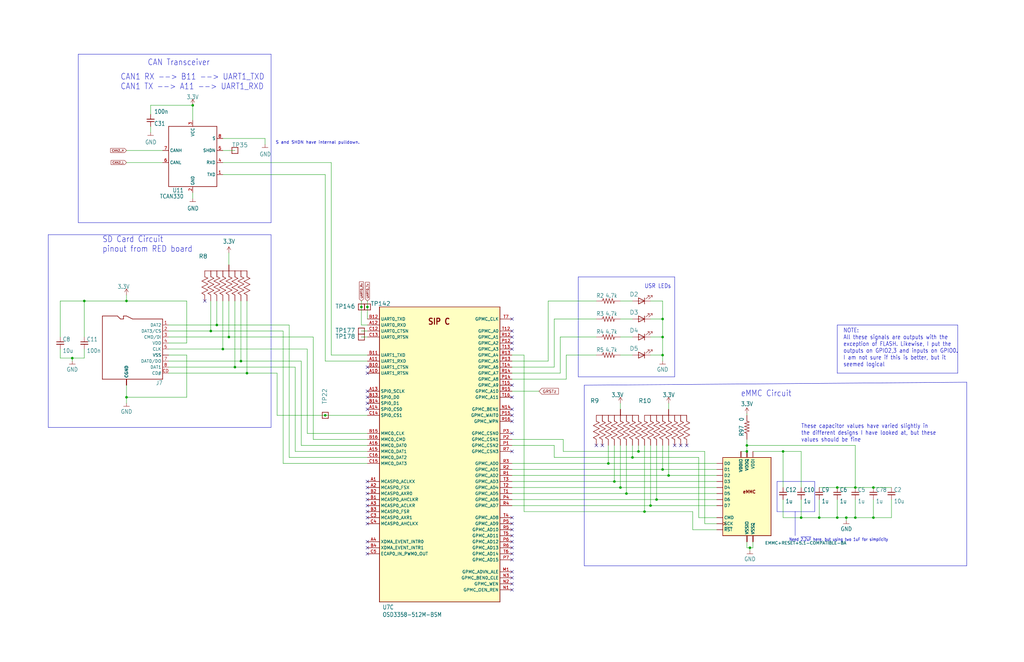
<source format=kicad_sch>
(kicad_sch (version 20230121) (generator eeschema)
  (paper "B")
  (title_block (title "Oresat DxWifi Card") (date "2022-01-30") (rev "1.2"))
  (junction (at 271.78 215.9))
  (junction (at 104.14 157.48))
  (junction (at 99.06 154.94))
  (junction (at 356.87 218.44))
  (junction (at 96.52 142.24))
  (junction (at 259.08 203.2))
  (junction (at 264.16 208.28))
  (junction (at 368.3 218.44))
  (junction (at 53.34 167.64))
  (junction (at 314.96 187.96))
  (junction (at 266.7 193.04))
  (junction (at 261.62 205.74))
  (junction (at 314.96 190.5))
  (junction (at 35.56 127))
  (junction (at 279.4 198.12))
  (junction (at 316.23 231.14))
  (junction (at 154.94 129.54))
  (junction (at 281.94 200.66))
  (junction (at 279.4 134.62))
  (junction (at 279.4 142.24))
  (junction (at 360.68 205.74))
  (junction (at 88.9 139.7))
  (junction (at 345.44 218.44))
  (junction (at 256.54 195.58))
  (junction (at 368.3 205.74))
  (junction (at 274.32 213.36))
  (junction (at 81.28 44.45))
  (junction (at 353.06 218.44))
  (junction (at 30.48 151.13))
  (junction (at 279.4 149.86))
  (junction (at 269.24 190.5))
  (junction (at 330.2 190.5))
  (junction (at 137.16 175.26))
  (junction (at 353.06 205.74))
  (junction (at 91.44 137.16))
  (junction (at 53.34 127))
  (junction (at 152.4 129.54))
  (junction (at 360.68 218.44))
  (junction (at 337.82 218.44))
  (junction (at 276.86 210.82))
  (junction (at 93.98 147.32))
  (junction (at 101.6 152.4))
  (no_connect (at 215.9 162.56))
  (no_connect (at 284.48 187.96))
  (no_connect (at 287.02 187.96))
  (no_connect (at 289.56 187.96))
  (no_connect (at 254 187.96))
  (no_connect (at 251.46 187.96))
  (no_connect (at 215.9 134.62))
  (no_connect (at 215.9 139.7))
  (no_connect (at 215.9 142.24))
  (no_connect (at 215.9 144.78))
  (no_connect (at 215.9 147.32))
  (no_connect (at 86.36 127))
  (no_connect (at 154.94 154.94))
  (no_connect (at 154.94 167.64))
  (no_connect (at 154.94 165.1))
  (no_connect (at 154.94 157.48))
  (no_connect (at 215.9 177.8))
  (no_connect (at 215.9 182.88))
  (no_connect (at 215.9 190.5))
  (no_connect (at 215.9 167.64))
  (no_connect (at 215.9 172.72))
  (no_connect (at 215.9 175.26))
  (no_connect (at 215.9 220.98))
  (no_connect (at 215.9 223.52))
  (no_connect (at 215.9 226.06))
  (no_connect (at 215.9 228.6))
  (no_connect (at 215.9 231.14))
  (no_connect (at 215.9 233.68))
  (no_connect (at 215.9 236.22))
  (no_connect (at 215.9 241.3))
  (no_connect (at 215.9 243.84))
  (no_connect (at 215.9 246.38))
  (no_connect (at 215.9 218.44))
  (no_connect (at 215.9 248.92))
  (no_connect (at 154.94 233.68))
  (no_connect (at 154.94 231.14))
  (no_connect (at 154.94 228.6))
  (no_connect (at 154.94 218.44))
  (no_connect (at 154.94 220.98))
  (no_connect (at 154.94 215.9))
  (no_connect (at 154.94 213.36))
  (no_connect (at 154.94 210.82))
  (no_connect (at 154.94 208.28))
  (no_connect (at 154.94 205.74))
  (no_connect (at 154.94 203.2))
  (no_connect (at 154.94 172.72))
  (no_connect (at 154.94 170.18))
  (wire (pts (xy 101.6 127) (xy 101.6 152.4)))
  (wire (pts (xy 302.26 218.44) (xy 294.64 218.44)))
  (wire (pts (xy 259.08 203.2) (xy 302.26 203.2)))
  (wire (pts (xy 53.34 127) (xy 78.74 127)))
  (wire (pts (xy 119.38 195.58) (xy 154.94 195.58)))
  (wire (pts (xy 81.28 83.82) (xy 81.28 81.28)))
  (wire (pts (xy 137.16 175.26) (xy 154.94 175.26)))
  (wire (pts (xy 78.74 144.78) (xy 78.74 127)))
  (wire (pts (xy 261.62 142.24) (xy 266.7 142.24)))
  (wire (pts (xy 53.34 167.64) (xy 78.74 167.64)))
  (wire (pts (xy 276.86 187.96) (xy 276.86 210.82)))
  (wire (pts (xy 238.76 160.02) (xy 238.76 149.86)))
  (wire (pts (xy 236.22 142.24) (xy 251.46 142.24)))
  (wire (pts (xy 368.3 218.44) (xy 360.68 218.44)))
  (wire (pts (xy 78.74 167.64) (xy 78.74 149.86)))
  (wire (pts (xy 93.98 147.32) (xy 129.54 147.32)))
  (wire (pts (xy 215.9 185.42) (xy 237.49 185.42)))
  (wire (pts (xy 53.34 162.56) (xy 53.34 167.64)))
  (wire (pts (xy 302.26 223.52) (xy 292.1 223.52)))
  (wire (pts (xy 375.92 218.44) (xy 368.3 218.44)))
  (wire (pts (xy 35.56 127) (xy 53.34 127)))
  (wire (pts (xy 154.94 134.62) (xy 154.94 129.54)))
  (wire (pts (xy 93.98 63.5) (xy 99.06 63.5)))
  (wire (pts (xy 81.28 44.45) (xy 81.28 50.8)))
  (wire (pts (xy 30.48 151.13) (xy 30.48 152.4)))
  (wire (pts (xy 53.34 124.46) (xy 53.34 127)))
  (wire (pts (xy 261.62 127) (xy 266.7 127)))
  (wire (pts (xy 302.26 208.28) (xy 264.16 208.28)))
  (wire (pts (xy 368.3 205.74) (xy 375.92 205.74)))
  (wire (pts (xy 215.9 152.4) (xy 231.14 152.4)))
  (wire (pts (xy 279.4 142.24) (xy 279.4 134.62)))
  (wire (pts (xy 266.7 187.96) (xy 266.7 193.04)))
  (wire (pts (xy 124.46 190.5) (xy 124.46 154.94)))
  (wire (pts (xy 63.5 44.45) (xy 81.28 44.45)))
  (wire (pts (xy 237.49 190.5) (xy 269.24 190.5)))
  (polyline (pts (xy 284.48 116.84) (xy 284.48 159.004)))
  (wire (pts (xy 132.08 142.24) (xy 132.08 185.42)))
  (wire (pts (xy 25.4 127) (xy 25.4 142.24)))
  (wire (pts (xy 88.9 127) (xy 88.9 139.7)))
  (wire (pts (xy 215.9 165.1) (xy 227.33 165.1)))
  (wire (pts (xy 271.78 215.9) (xy 292.1 215.9)))
  (wire (pts (xy 279.4 198.12) (xy 302.26 198.12)))
  (wire (pts (xy 274.32 213.36) (xy 215.9 213.36)))
  (polyline (pts (xy 407.67 161.29) (xy 246.38 162.56)))
  (wire (pts (xy 220.98 149.86) (xy 220.98 215.9)))
  (wire (pts (xy 281.94 170.18) (xy 281.94 172.72)))
  (polyline (pts (xy 114.3 93.98) (xy 114.3 22.86)))
  (polyline (pts (xy 335.28 215.9) (xy 327.66 215.9)))
  (wire (pts (xy 269.24 190.5) (xy 297.18 190.5)))
  (polyline (pts (xy 407.67 238.76) (xy 407.67 161.29)))
  (wire (pts (xy 345.44 205.74) (xy 353.06 205.74)))
  (wire (pts (xy 281.94 187.96) (xy 281.94 200.66)))
  (polyline (pts (xy 243.84 116.84) (xy 284.48 116.84)))
  (wire (pts (xy 154.94 129.54) (xy 154.94 127)))
  (wire (pts (xy 356.87 218.44) (xy 353.06 218.44)))
  (wire (pts (xy 71.12 142.24) (xy 96.52 142.24)))
  (wire (pts (xy 279.4 187.96) (xy 279.4 198.12)))
  (wire (pts (xy 96.52 127) (xy 96.52 142.24)))
  (wire (pts (xy 317.5 228.6) (xy 317.5 231.14)))
  (polyline (pts (xy 335.28 226.06) (xy 335.28 215.9)))
  (wire (pts (xy 220.98 215.9) (xy 271.78 215.9)))
  (wire (pts (xy 337.82 190.5) (xy 330.2 190.5)))
  (wire (pts (xy 96.52 106.68) (xy 96.52 111.76)))
  (wire (pts (xy 25.4 147.32) (xy 25.4 151.13)))
  (wire (pts (xy 71.12 157.48) (xy 104.14 157.48)))
  (wire (pts (xy 93.98 73.66) (xy 137.16 73.66)))
  (wire (pts (xy 99.06 154.94) (xy 71.12 154.94)))
  (wire (pts (xy 261.62 149.86) (xy 266.7 149.86)))
  (wire (pts (xy 91.44 127) (xy 91.44 137.16)))
  (polyline (pts (xy 343.535 215.9) (xy 335.28 215.9)))
  (wire (pts (xy 215.9 154.94) (xy 233.68 154.94)))
  (wire (pts (xy 93.98 58.42) (xy 111.76 58.42)))
  (wire (pts (xy 124.46 154.94) (xy 99.06 154.94)))
  (polyline (pts (xy 403.86 137.16) (xy 353.06 137.16)))
  (wire (pts (xy 119.38 139.7) (xy 88.9 139.7)))
  (wire (pts (xy 231.14 127) (xy 251.46 127)))
  (wire (pts (xy 330.2 210.82) (xy 330.2 218.44)))
  (wire (pts (xy 360.68 205.74) (xy 368.3 205.74)))
  (wire (pts (xy 35.56 127) (xy 25.4 127)))
  (wire (pts (xy 330.2 190.5) (xy 330.2 205.74)))
  (polyline (pts (xy 246.38 238.76) (xy 407.67 238.76)))
  (wire (pts (xy 231.14 127) (xy 231.14 152.4)))
  (wire (pts (xy 261.62 187.96) (xy 261.62 205.74)))
  (wire (pts (xy 35.56 151.13) (xy 30.48 151.13)))
  (wire (pts (xy 124.46 190.5) (xy 154.94 190.5)))
  (wire (pts (xy 356.87 218.44) (xy 356.87 219.71)))
  (wire (pts (xy 360.68 218.44) (xy 356.87 218.44)))
  (wire (pts (xy 271.78 187.96) (xy 271.78 215.9)))
  (wire (pts (xy 78.74 149.86) (xy 71.12 149.86)))
  (polyline (pts (xy 246.38 162.56) (xy 246.38 238.76)))
  (wire (pts (xy 152.4 137.16) (xy 154.94 137.16)))
  (wire (pts (xy 264.16 187.96) (xy 264.16 208.28)))
  (polyline (pts (xy 327.66 215.9) (xy 327.66 203.2)))
  (polyline (pts (xy 343.535 203.2) (xy 343.535 215.9)))
  (wire (pts (xy 119.38 195.58) (xy 119.38 139.7)))
  (wire (pts (xy 345.44 218.44) (xy 337.82 218.44)))
  (wire (pts (xy 139.7 149.86) (xy 154.94 149.86)))
  (polyline (pts (xy 33.02 93.98) (xy 114.3 93.98)))
  (wire (pts (xy 152.4 129.54) (xy 152.4 137.16)))
  (wire (pts (xy 256.54 187.96) (xy 256.54 195.58)))
  (wire (pts (xy 215.9 149.86) (xy 220.98 149.86)))
  (wire (pts (xy 233.68 187.96) (xy 233.68 193.04)))
  (wire (pts (xy 259.08 187.96) (xy 259.08 203.2)))
  (wire (pts (xy 276.86 210.82) (xy 302.26 210.82)))
  (wire (pts (xy 91.44 137.16) (xy 71.12 137.16)))
  (wire (pts (xy 261.62 134.62) (xy 266.7 134.62)))
  (wire (pts (xy 63.5 53.34) (xy 63.5 55.88)))
  (wire (pts (xy 375.92 210.82) (xy 375.92 218.44)))
  (wire (pts (xy 314.96 187.96) (xy 360.68 187.96)))
  (polyline (pts (xy 403.86 157.48) (xy 403.86 137.16)))
  (polyline (pts (xy 114.3 180.34) (xy 20.32 180.34)))
  (polyline (pts (xy 114.3 99.06) (xy 20.32 99.06)))
  (wire (pts (xy 345.44 210.82) (xy 345.44 218.44)))
  (wire (pts (xy 294.64 218.44) (xy 294.64 193.04)))
  (wire (pts (xy 35.56 147.32) (xy 35.56 151.13)))
  (wire (pts (xy 269.24 187.96) (xy 269.24 190.5)))
  (wire (pts (xy 261.62 205.74) (xy 215.9 205.74)))
  (wire (pts (xy 30.48 151.13) (xy 25.4 151.13)))
  (wire (pts (xy 121.92 193.04) (xy 121.92 137.16)))
  (wire (pts (xy 353.06 218.44) (xy 345.44 218.44)))
  (wire (pts (xy 281.94 200.66) (xy 215.9 200.66)))
  (wire (pts (xy 129.54 147.32) (xy 129.54 182.88)))
  (wire (pts (xy 121.92 137.16) (xy 91.44 137.16)))
  (wire (pts (xy 137.16 152.4) (xy 154.94 152.4)))
  (polyline (pts (xy 20.32 99.06) (xy 20.32 180.34)))
  (wire (pts (xy 101.6 152.4) (xy 127 152.4)))
  (wire (pts (xy 274.32 127) (xy 279.4 127)))
  (wire (pts (xy 88.9 139.7) (xy 71.12 139.7)))
  (wire (pts (xy 215.9 195.58) (xy 256.54 195.58)))
  (wire (pts (xy 68.58 68.58) (xy 53.34 68.58)))
  (wire (pts (xy 68.58 63.5) (xy 53.34 63.5)))
  (wire (pts (xy 236.22 142.24) (xy 236.22 157.48)))
  (wire (pts (xy 96.52 142.24) (xy 132.08 142.24)))
  (wire (pts (xy 337.82 218.44) (xy 330.2 218.44)))
  (wire (pts (xy 337.82 210.82) (xy 337.82 218.44)))
  (wire (pts (xy 237.49 185.42) (xy 237.49 190.5)))
  (wire (pts (xy 215.9 203.2) (xy 259.08 203.2)))
  (wire (pts (xy 71.12 144.78) (xy 78.74 144.78)))
  (wire (pts (xy 154.94 142.24) (xy 152.4 142.24)))
  (wire (pts (xy 302.26 200.66) (xy 281.94 200.66)))
  (wire (pts (xy 154.94 187.96) (xy 127 187.96)))
  (wire (pts (xy 116.84 175.26) (xy 137.16 175.26)))
  (wire (pts (xy 137.16 152.4) (xy 137.16 73.66)))
  (wire (pts (xy 238.76 149.86) (xy 251.46 149.86)))
  (polyline (pts (xy 33.02 22.86) (xy 33.02 93.98)))
  (wire (pts (xy 215.9 210.82) (xy 276.86 210.82)))
  (wire (pts (xy 233.68 134.62) (xy 233.68 154.94)))
  (wire (pts (xy 53.34 167.64) (xy 53.34 170.18)))
  (wire (pts (xy 215.9 157.48) (xy 236.22 157.48)))
  (wire (pts (xy 360.68 210.82) (xy 360.68 218.44)))
  (wire (pts (xy 264.16 208.28) (xy 215.9 208.28)))
  (wire (pts (xy 256.54 195.58) (xy 302.26 195.58)))
  (polyline (pts (xy 284.48 159.004) (xy 243.84 159.004)))
  (wire (pts (xy 274.32 149.86) (xy 279.4 149.86)))
  (polyline (pts (xy 243.84 159.004) (xy 243.84 116.84)))
  (wire (pts (xy 314.96 228.6) (xy 314.96 231.14)))
  (wire (pts (xy 353.06 205.74) (xy 360.68 205.74)))
  (wire (pts (xy 93.98 68.58) (xy 139.7 68.58)))
  (wire (pts (xy 111.76 60.96) (xy 111.76 58.42)))
  (wire (pts (xy 316.23 231.14) (xy 316.23 232.41)))
  (wire (pts (xy 274.32 187.96) (xy 274.32 213.36)))
  (wire (pts (xy 314.96 174.625) (xy 314.96 175.26)))
  (wire (pts (xy 63.5 48.26) (xy 63.5 44.45)))
  (polyline (pts (xy 353.06 157.48) (xy 403.86 157.48)))
  (wire (pts (xy 312.42 190.5) (xy 314.96 190.5)))
  (wire (pts (xy 317.5 231.14) (xy 316.23 231.14)))
  (polyline (pts (xy 353.06 137.16) (xy 353.06 157.48)))
  (wire (pts (xy 279.4 152.4) (xy 279.4 149.86)))
  (wire (pts (xy 316.23 231.14) (xy 314.96 231.14)))
  (wire (pts (xy 279.4 134.62) (xy 279.4 127)))
  (polyline (pts (xy 114.3 99.06) (xy 114.3 180.34)))
  (wire (pts (xy 292.1 223.52) (xy 292.1 215.9)))
  (wire (pts (xy 104.14 127) (xy 104.14 157.48)))
  (wire (pts (xy 302.26 205.74) (xy 261.62 205.74)))
  (wire (pts (xy 152.4 127) (xy 152.4 129.54)))
  (wire (pts (xy 279.4 149.86) (xy 279.4 142.24)))
  (wire (pts (xy 302.26 220.98) (xy 297.18 220.98)))
  (wire (pts (xy 261.62 170.18) (xy 261.62 172.72)))
  (polyline (pts (xy 327.66 203.2) (xy 343.535 203.2)))
  (wire (pts (xy 274.32 134.62) (xy 279.4 134.62)))
  (wire (pts (xy 274.32 142.24) (xy 279.4 142.24)))
  (wire (pts (xy 266.7 193.04) (xy 294.64 193.04)))
  (wire (pts (xy 116.84 157.48) (xy 116.84 175.26)))
  (wire (pts (xy 360.68 187.96) (xy 360.68 205.74)))
  (wire (pts (xy 35.56 142.24) (xy 35.56 127)))
  (wire (pts (xy 317.5 190.5) (xy 330.2 190.5)))
  (wire (pts (xy 132.08 185.42) (xy 154.94 185.42)))
  (wire (pts (xy 104.14 157.48) (xy 116.84 157.48)))
  (wire (pts (xy 154.94 139.7) (xy 152.4 139.7)))
  (wire (pts (xy 353.06 210.82) (xy 353.06 218.44)))
  (wire (pts (xy 215.9 160.02) (xy 238.76 160.02)))
  (wire (pts (xy 368.3 210.82) (xy 368.3 218.44)))
  (wire (pts (xy 314.96 187.96) (xy 314.96 190.5)))
  (wire (pts (xy 233.68 134.62) (xy 251.46 134.62)))
  (wire (pts (xy 215.9 198.12) (xy 279.4 198.12)))
  (wire (pts (xy 139.7 68.58) (xy 139.7 149.86)))
  (wire (pts (xy 99.06 127) (xy 99.06 154.94)))
  (wire (pts (xy 302.26 213.36) (xy 274.32 213.36)))
  (wire (pts (xy 233.68 193.04) (xy 266.7 193.04)))
  (wire (pts (xy 297.18 190.5) (xy 297.18 220.98)))
  (wire (pts (xy 337.82 205.74) (xy 337.82 190.5)))
  (polyline (pts (xy 114.3 22.86) (xy 33.02 22.86)))
  (wire (pts (xy 215.9 187.96) (xy 233.68 187.96)))
  (wire (pts (xy 93.98 127) (xy 93.98 147.32)))
  (wire (pts (xy 129.54 182.88) (xy 154.94 182.88)))
  (wire (pts (xy 314.96 185.42) (xy 314.96 187.96)))
  (wire (pts (xy 121.92 193.04) (xy 154.94 193.04)))
  (wire (pts (xy 71.12 152.4) (xy 101.6 152.4)))
  (wire (pts (xy 71.12 147.32) (xy 93.98 147.32)))
  (wire (pts (xy 127 152.4) (xy 127 187.96)))
  (text "CAN Transceiver" (at 62.23 27.94 0) (effects (font (size 2.54 2.159)) (justify left bottom)))
  (text "CAN1 RX --> B11 --> UART1_TXD\nCAN1 TX --> A11 --> UART1_RXD" (at 50.8 38.1 0) (effects (font (size 2.54 2.159)) (justify left bottom)))
  (text "USR LEDs" (at 271.78 121.92 0) (effects (font (size 1.778 1.5113)) (justify left bottom)))
  (text "S and SHDN have internal pulldown." (at 116.205 60.96 0) (effects (font (size 1.27 1.27)) (justify left bottom)))
  (text "These capacitor values have varied slightly in\nthe different designs I have looked at, but these\nvalues should be fine" (at 337.82 186.69 0) (effects (font (size 1.778 1.5113)) (justify left bottom)))
  (text "NOTE:\nAll these signals are outputs with the\nexception of FLASH. Likewise, I put the\noutputs on GPIO2,3 and inputs on GPIO0.\nI am not sure if this is better, but it\nseemed logical" (at 355.6 154.94 0) (effects (font (size 1.778 1.5113)) (justify left bottom)))
  (text "Need ~{2.2uF} here, but using two 1uF for simplicity" (at 332.74 228.6 0) (effects (font (size 1.27 1.0795)) (justify left bottom)))
  (text "eMMC Circuit" (at 312.42 167.64 0) (effects (font (size 2.54 2.159)) (justify left bottom)))
  (text "SD Card Circuit\npinout from RED board" (at 43.18 106.68 0) (effects (font (size 2.54 2.159)) (justify left bottom)))
  (global_label "CAN2_L" (shape input) (at 53.34 68.58 180) (effects (font (size 0.889 0.889))) (property "Intersheetrefs" "${INTERSHEET_REFS}" (at 46.8249 68.5245 0) (effects (font (size 0.889 0.889)) (justify right))))
  (global_label "GRSTz" (shape input) (at 227.33 165.1 0) (property "Intersheetrefs" "${INTERSHEET_REFS}" (at 235.4883 165.0206 0) (effects (justify left))))
  (global_label "UART0_Rx" (shape input) (at 152.4 127 90) (effects (font (size 0.889 0.889))) (property "Intersheetrefs" "${INTERSHEET_REFS}" (at 152.3445 118.9186 90) (effects (font (size 0.889 0.889)) (justify left))))
  (global_label "UART0_Tx" (shape input) (at 154.94 127 90) (effects (font (size 0.889 0.889))) (property "Intersheetrefs" "${INTERSHEET_REFS}" (at 154.8845 119.1302 90) (effects (font (size 0.889 0.889)) (justify left))))
  (global_label "CAN2_H" (shape input) (at 53.34 63.5 180) (effects (font (size 0.889 0.889))) (property "Intersheetrefs" "${INTERSHEET_REFS}" (at 46.6132 63.4445 0) (effects (font (size 0.889 0.889)) (justify right))))
  (symbol (lib_id "oresat-power:GND") (at 356.87 219.71 0) (unit 1)
    (property "Reference" "#GND099" (effects hide))
    (property "Value" "GND" (at 356.87 222.25 0) (effects (font (size 1.778 1.5113)) (justify top)))
    (property "Footprint" "oresat-live-card:" (effects hide))
  )
  (symbol (lib_id "oresat-power:3.3V") (at 53.34 124.46 0) (unit 1)
    (property "Reference" "#3V0109" (effects hide))
    (property "Value" "3.3V" (at 49.53 121.92 0) (effects (font (size 1.778 1.5113)) (justify left bottom)))
    (property "Footprint" "oresat-live-card:" (effects hide))
  )
  (symbol (lib_id "Device:C_Small") (at 337.82 208.28 0) (unit 1)
    (property "Reference" "C10" (at 338.836 207.645 0) (effects (font (size 1.778 1.5113)) (justify left bottom)))
    (property "Value" "1u" (at 338.836 212.471 0) (effects (font (size 1.778 1.5113)) (justify left bottom)))
    (property "Footprint" "Resistor_SMD:R_0603_1608Metric" (effects hide))
    (property "Description" "1 µF ±20% 25V Ceramic Capacitor X7R 0603 (1608 Metric)" (effects hide))
    (property "Distributor" "DigiKey" (effects hide))
    (property "MPN" "CGA3E1X7R1E105M080AE" (effects hide))
  )
  (symbol (lib_id "oresat-ics:TCAN330") (at 81.28 66.04 0) (mirror y) (unit 1)
    (property "Reference" "U11" (at 77.47 81.28 0) (effects (font (size 1.778 1.5113)) (justify left bottom)))
    (property "Value" "TCAN330" (at 77.47 83.82 0) (effects (font (size 1.778 1.5113)) (justify left bottom)))
    (property "Footprint" "oresat-live-card:SOT23-8_TI-DCN" (effects hide))
    (property "Datasheet" "https://www.ti.com/lit/ds/symlink/tcan330.pdf?ts=1651525305550&ref_url=https%253A%252F%252Fwww.ti.com%252Fproduct%252FTCAN330" (effects hide))
    (property "Description" "IC TRANSCEIVER 1/1 SOT23-8" (effects hide))
    (property "Distributor" "DigiKey" (effects hide))
    (property "MPN" "TCAN330GDCN" (effects hide))
  )
  (symbol (lib_id "oresat-misc:Test-Point-1mm-round") (at 152.4 129.54 180) (unit 1)
    (property "Reference" "TP146" (at 149.86 128.27 0) (effects (font (size 1.778 1.778)) (justify left bottom)))
    (property "Value" "TEST-POINT3X4" (effects hide))
    (property "Footprint" "oresat-misc:TestPoint_Pad_D1.0mm" (effects hide))
  )
  (symbol (lib_id "oresat-power:3.3V") (at 96.52 106.68 0) (unit 1)
    (property "Reference" "#3V0108" (effects hide))
    (property "Value" "3.3V" (at 93.98 102.87 0) (effects (font (size 1.778 1.5113)) (justify left bottom)))
    (property "Footprint" "oresat-live-card:" (effects hide))
  )
  (symbol (lib_id "oresat-misc:Test-Point-1mm-round") (at 137.16 175.26 90) (unit 1)
    (property "Reference" "TP22" (at 137.922 170.688 0) (effects (font (size 1.778 1.778)) (justify left bottom)))
    (property "Value" "TEST-POINT3X4" (effects hide))
    (property "Footprint" "oresat-misc:TestPoint_Pad_D1.0mm" (effects hide))
  )
  (symbol (lib_id "oresat-ics:OSD3358-512M-BSM") (at 185.42 190.5 0) (unit 3)
    (property "Reference" "U7" (at 161.29 255.27 0) (effects (font (size 1.778 1.5113)) (justify left top)))
    (property "Value" "OSD3358-512M-BSM" (at 161.29 260.35 0) (effects (font (size 1.778 1.5113)) (justify left bottom)))
    (property "Footprint" "oresat-ics:U-Octavo-OSD335X-BGA-256" (effects hide))
    (property "Description" "OSD335x Embedded Module 1GHz 512MB" (effects hide))
    (property "Distributor" "DigiKey" (effects hide))
    (property "MPN" "OSD3358-512M-BSM" (effects hide))
  )
  (symbol (lib_id "Device:C_Small") (at 360.68 208.28 0) (unit 1)
    (property "Reference" "C5" (at 361.696 207.645 0) (effects (font (size 1.778 1.5113)) (justify left bottom)))
    (property "Value" "1u" (at 361.696 212.471 0) (effects (font (size 1.778 1.5113)) (justify left bottom)))
    (property "Footprint" "Resistor_SMD:R_0603_1608Metric" (effects hide))
    (property "Description" "1 µF ±20% 25V Ceramic Capacitor X7R 0603 (1608 Metric)" (effects hide))
    (property "Distributor" "DigiKey" (effects hide))
    (property "MPN" "CGA3E1X7R1E105M080AE" (effects hide))
  )
  (symbol (lib_id "oresat-passives:R-US") (at 314.96 180.34 90) (unit 1)
    (property "Reference" "R97" (at 313.69 184.15 0) (effects (font (size 1.778 1.5113)) (justify left bottom)))
    (property "Value" "0" (at 313.69 177.8 0) (effects (font (size 1.778 1.5113)) (justify left bottom)))
    (property "Footprint" "Resistor_SMD:R_0603_1608Metric" (effects hide))
    (property "Description" "RES SMD 4.7K OHM 1% 1/10W 0603" (effects hide))
    (property "Distributor" "DigiKey" (effects hide))
    (property "MPN" "ERJ-3EKF4701V" (effects hide))
  )
  (symbol (lib_id "oresat-power:GND") (at 63.5 55.88 0) (mirror y) (unit 1)
    (property "Reference" "#GND031" (effects hide))
    (property "Value" "GND" (at 66.04 60.96 0) (effects (font (size 1.778 1.5113)) (justify left bottom)))
    (property "Footprint" "oresat-live-card:" (effects hide))
  )
  (symbol (lib_id "Device:LED") (at 270.51 134.62 180) (unit 1)
    (property "Reference" "D3" (at 269.24 130.81 0) (effects (font (size 1.778 1.778)) (justify left bottom)))
    (property "Value" "BLUE" (effects hide))
    (property "Footprint" "oresat-live-card:LED-0603" (effects hide))
    (property "Description" "Blue 470nm LED 3.2V 0603" (effects hide))
    (property "MPN" "150060BS75020" (effects hide))
    (property "Distributor" "DigiKey" (effects hide))
  )
  (symbol (lib_id "oresat-passives:R-US") (at 256.54 149.86 0) (unit 1)
    (property "Reference" "R5" (at 251.46 148.59 0) (effects (font (size 1.778 1.5113)) (justify left bottom)))
    (property "Value" "4.7k" (at 255.27 148.59 0) (effects (font (size 1.778 1.5113)) (justify left bottom)))
    (property "Footprint" "Resistor_SMD:R_0603_1608Metric" (effects hide))
    (property "Description" "RES SMD 4.7K OHM 1% 1/10W 0603" (effects hide))
    (property "Distributor" "DigiKey" (effects hide))
    (property "MPN" "ERJ-3EKF4701V" (effects hide))
  )
  (symbol (lib_id "oresat-power:GND") (at 81.28 83.82 0) (mirror y) (unit 1)
    (property "Reference" "#GND032" (effects hide))
    (property "Value" "GND" (at 83.82 88.9 0) (effects (font (size 1.778 1.5113)) (justify left bottom)))
    (property "Footprint" "oresat-live-card:" (effects hide))
  )
  (symbol (lib_id "oresat-power:GND") (at 316.23 232.41 0) (unit 1)
    (property "Reference" "#GND044" (effects hide))
    (property "Value" "GND" (at 316.23 234.95 0) (effects (font (size 1.778 1.5113)) (justify top)))
    (property "Footprint" "oresat-live-card:" (effects hide))
  )
  (symbol (lib_id "Device:C_Small") (at 345.44 208.28 0) (unit 1)
    (property "Reference" "C9" (at 346.456 207.645 0) (effects (font (size 1.778 1.5113)) (justify left bottom)))
    (property "Value" "1u" (at 346.456 212.471 0) (effects (font (size 1.778 1.5113)) (justify left bottom)))
    (property "Footprint" "Resistor_SMD:R_0603_1608Metric" (effects hide))
    (property "Description" "1 µF ±20% 25V Ceramic Capacitor X7R 0603 (1608 Metric)" (effects hide))
    (property "Distributor" "DigiKey" (effects hide))
    (property "MPN" "CGA3E1X7R1E105M080AE" (effects hide))
  )
  (symbol (lib_id "Device:C_Small") (at 368.3 208.28 0) (unit 1)
    (property "Reference" "C78" (at 369.316 207.645 0) (effects (font (size 1.778 1.5113)) (justify left bottom)))
    (property "Value" "1u" (at 369.316 212.471 0) (effects (font (size 1.778 1.5113)) (justify left bottom)))
    (property "Footprint" "Resistor_SMD:R_0603_1608Metric" (effects hide))
    (property "Description" "1 µF ±20% 25V Ceramic Capacitor X7R 0603 (1608 Metric)" (effects hide))
    (property "Distributor" "DigiKey" (effects hide))
    (property "MPN" "CGA3E1X7R1E105M080AE" (effects hide))
  )
  (symbol (lib_id "oresat-passives:R-US") (at 256.54 127 0) (unit 1)
    (property "Reference" "R2" (at 251.46 125.73 0) (effects (font (size 1.778 1.5113)) (justify left bottom)))
    (property "Value" "4.7k" (at 255.27 125.73 0) (effects (font (size 1.778 1.5113)) (justify left bottom)))
    (property "Footprint" "Resistor_SMD:R_0603_1608Metric" (effects hide))
    (property "Description" "RES SMD 4.7K OHM 1% 1/10W 0603" (effects hide))
    (property "Distributor" "DigiKey" (effects hide))
    (property "MPN" "ERJ-3EKF4701V" (effects hide))
  )
  (symbol (lib_id "oresat-passives:EXB-A10P391J") (at 86.36 114.3 90) (unit 1)
    (property "Reference" "R8" (at 83.7692 109.1692 90) (effects (font (size 1.778 1.778)) (justify right top)))
    (property "Value" "10k" (at 83.9216 111.7092 90) (effects (font (size 1.778 1.778)) (justify right top)))
    (property "Footprint" "oresat-live-card:ARRAY_EXBA-M" (effects hide))
    (property "Value" "10K" (effects hide))
    (property "Description" "RES ARRAY 8 RES 10K OHM 2512" (effects hide))
    (property "Distributor" "DigiKey" (effects hide))
    (property "MPN" "EXB-A10P103J" (effects hide))
  )
  (symbol (lib_id "oresat-power:GND") (at 30.48 152.4 0) (mirror y) (unit 1)
    (property "Reference" "#GND097" (effects hide))
    (property "Value" "GND" (at 30.48 154.94 0) (effects (font (size 1.778 1.5113)) (justify top)))
    (property "Footprint" "oresat-live-card:" (effects hide))
  )
  (symbol (lib_id "oresat-power:GND") (at 279.4 152.4 0) (unit 1)
    (property "Reference" "#GND041" (effects hide))
    (property "Value" "GND" (at 279.4 154.94 0) (effects (font (size 1.778 1.5113)) (justify top)))
    (property "Footprint" "oresat-live-card:" (effects hide))
  )
  (symbol (lib_id "oresat-power:GND") (at 111.76 60.96 0) (mirror y) (unit 1)
    (property "Reference" "#GND0114" (effects hide))
    (property "Value" "GND" (at 114.3 66.04 0) (effects (font (size 1.778 1.5113)) (justify left bottom)))
    (property "Footprint" "oresat-live-card:" (effects hide))
  )
  (symbol (lib_id "Device:C_Small") (at 25.4 144.78 0) (unit 1)
    (property "Reference" "C8" (at 26.416 144.145 0) (effects (font (size 1.778 1.5113)) (justify left bottom)))
    (property "Value" "10u" (at 26.416 148.971 0) (effects (font (size 1.778 1.5113)) (justify left bottom)))
    (property "Footprint" "Resistor_SMD:R_0805_2012Metric" (effects hide))
    (property "Description" "10 µF ±20% 6.3V Ceramic Capacitor X7R 0805 (2012 Metric)" (effects hide))
    (property "Distributor" "DigiKey" (effects hide))
    (property "MPN" "CGA4J1X7R0J106M125AC" (effects hide))
  )
  (symbol (lib_id "oresat-passives:R-US") (at 256.54 134.62 0) (unit 1)
    (property "Reference" "R3" (at 251.46 133.35 0) (effects (font (size 1.778 1.5113)) (justify left bottom)))
    (property "Value" "4.7k" (at 255.27 133.35 0) (effects (font (size 1.778 1.5113)) (justify left bottom)))
    (property "Footprint" "Resistor_SMD:R_0603_1608Metric" (effects hide))
    (property "Description" "RES SMD 4.7K OHM 1% 1/10W 0603" (effects hide))
    (property "Distributor" "DigiKey" (effects hide))
    (property "MPN" "ERJ-3EKF4701V" (effects hide))
  )
  (symbol (lib_id "oresat-misc:Test-Point-1mm-round") (at 154.94 129.54 0) (unit 1)
    (property "Reference" "TP142" (at 156.21 129.159 0) (effects (font (size 1.778 1.778)) (justify left bottom)))
    (property "Value" "TEST-POINT3X4" (effects hide))
    (property "Footprint" "oresat-misc:TestPoint_Pad_D1.0mm" (effects hide))
  )
  (symbol (lib_id "Device:C_Small") (at 330.2 208.28 0) (unit 1)
    (property "Reference" "C12" (at 331.216 207.645 0) (effects (font (size 1.778 1.5113)) (justify left bottom)))
    (property "Value" "1u" (at 331.216 212.471 0) (effects (font (size 1.778 1.5113)) (justify left bottom)))
    (property "Footprint" "Resistor_SMD:R_0603_1608Metric" (effects hide))
    (property "Description" "1 µF ±20% 25V Ceramic Capacitor X7R 0603 (1608 Metric)" (effects hide))
    (property "Distributor" "DigiKey" (effects hide))
    (property "MPN" "CGA3E1X7R1E105M080AE" (effects hide))
  )
  (symbol (lib_id "oresat-power:3.3V") (at 281.94 170.18 0) (unit 1)
    (property "Reference" "#3V0111" (effects hide))
    (property "Value" "3.3V" (at 279.4 167.64 0) (effects (font (size 1.778 1.5113)) (justify left bottom)))
    (property "Footprint" "oresat-live-card:" (effects hide))
  )
  (symbol (lib_id "oresat-passives:R-US") (at 256.54 142.24 0) (unit 1)
    (property "Reference" "R4" (at 251.46 140.97 0) (effects (font (size 1.778 1.5113)) (justify left bottom)))
    (property "Value" "4.7k" (at 255.27 140.97 0) (effects (font (size 1.778 1.5113)) (justify left bottom)))
    (property "Footprint" "Resistor_SMD:R_0603_1608Metric" (effects hide))
    (property "Description" "RES SMD 4.7K OHM 1% 1/10W 0603" (effects hide))
    (property "Distributor" "DigiKey" (effects hide))
    (property "MPN" "ERJ-3EKF4701V" (effects hide))
  )
  (symbol (lib_id "oresat-power:3.3V") (at 81.28 44.45 0) (mirror y) (unit 1)
    (property "Reference" "#3V0105" (effects hide))
    (property "Value" "3.3V" (at 83.82 41.91 0) (effects (font (size 1.778 1.5113)) (justify left bottom)))
    (property "Footprint" "oresat-live-card:" (effects hide))
  )
  (symbol (lib_id "oresat-misc:Test-Point-1mm-round") (at 152.4 139.7 180) (unit 1)
    (property "Reference" "TP177" (at 149.86 138.43 0) (effects (font (size 1.778 1.778)) (justify left bottom)))
    (property "Value" "TEST-POINT3X4" (effects hide))
    (property "Footprint" "oresat-misc:TestPoint_Pad_D1.0mm" (effects hide))
  )
  (symbol (lib_id "oresat-misc:Test-Point-1mm-round") (at 152.4 142.24 180) (unit 1)
    (property "Reference" "TP178" (at 149.86 140.97 0) (effects (font (size 1.778 1.778)) (justify left bottom)))
    (property "Value" "TEST-POINT3X4" (effects hide))
    (property "Footprint" "oresat-misc:TestPoint_Pad_D1.0mm" (effects hide))
  )
  (symbol (lib_id "oresat-power:3.3V") (at 261.62 170.18 0) (unit 1)
    (property "Reference" "#3V0110" (effects hide))
    (property "Value" "3.3V" (at 257.81 167.64 0) (effects (font (size 1.778 1.5113)) (justify left bottom)))
    (property "Footprint" "oresat-live-card:" (effects hide))
  )
  (symbol (lib_id "oresat-power:3.3V") (at 314.96 174.625 0) (unit 1)
    (property "Reference" "#3V0112" (effects hide))
    (property "Value" "3.3V" (at 312.42 171.45 0) (effects (font (size 1.778 1.5113)) (justify left bottom)))
    (property "Footprint" "oresat-live-card:" (effects hide))
  )
  (symbol (lib_id "Device:LED") (at 270.51 127 180) (unit 1)
    (property "Reference" "D2" (at 269.24 123.19 0) (effects (font (size 1.778 1.778)) (justify left bottom)))
    (property "Value" "BLUE" (effects hide))
    (property "Footprint" "oresat-live-card:LED-0603" (effects hide))
    (property "Description" "Blue 470nm LED 3.2V 0603" (effects hide))
    (property "MPN" "150060BS75020" (effects hide))
    (property "Distributor" "DigiKey" (effects hide))
  )
  (symbol (lib_id "oresat-passives:EXB-A10P391J") (at 251.46 175.26 90) (unit 1)
    (property "Reference" "R9" (at 248.8692 170.1292 90) (effects (font (size 1.778 1.778)) (justify right top)))
    (property "Value" "10K" (at 249.0216 172.6692 90) (effects (font (size 1.778 1.778)) (justify right top)))
    (property "Footprint" "oresat-live-card:ARRAY_EXBA-M" (effects hide))
    (property "Value" "EXB-A10P103J" (effects hide))
    (property "Description" "RES ARRAY 8 RES 10K OHM 2512" (effects hide))
    (property "Distributor" "DigiKey" (effects hide))
    (property "MPN" "EXB-A10P103J" (effects hide))
  )
  (symbol (lib_id "Device:LED") (at 270.51 149.86 180) (unit 1)
    (property "Reference" "D5" (at 269.24 146.05 0) (effects (font (size 1.778 1.778)) (justify left bottom)))
    (property "Value" "BLUE" (effects hide))
    (property "Footprint" "oresat-live-card:LED-0603" (effects hide))
    (property "Description" "Blue 470nm LED 3.2V 0603" (effects hide))
    (property "MPN" "150060BS75020" (effects hide))
    (property "Distributor" "DigiKey" (effects hide))
  )
  (symbol (lib_id "oresat-power:GND") (at 53.34 170.18 0) (mirror y) (unit 1)
    (property "Reference" "#GND030" (effects hide))
    (property "Value" "GND" (at 53.34 172.72 0) (effects (font (size 1.778 1.5113)) (justify top)))
    (property "Footprint" "oresat-live-card:" (effects hide))
  )
  (symbol (lib_id "Device:C_Small") (at 353.06 208.28 0) (unit 1)
    (property "Reference" "C6" (at 354.076 207.645 0) (effects (font (size 1.778 1.5113)) (justify left bottom)))
    (property "Value" "1u" (at 354.076 212.471 0) (effects (font (size 1.778 1.5113)) (justify left bottom)))
    (property "Footprint" "Resistor_SMD:R_0603_1608Metric" (effects hide))
    (property "Description" "1 µF ±20% 25V Ceramic Capacitor X7R 0603 (1608 Metric)" (effects hide))
    (property "Distributor" "DigiKey" (effects hide))
    (property "MPN" "CGA3E1X7R1E105M080AE" (effects hide))
  )
  (symbol (lib_id "oresat-misc:Test-Point-1mm-round") (at 99.06 63.5 0) (unit 1)
    (property "Reference" "TP35" (at 97.79 62.23 0) (effects (font (size 1.778 1.778)) (justify left bottom)))
    (property "Value" "TEST-POINT3X4" (effects hide))
    (property "Footprint" "oresat-misc:TestPoint_Pad_D1.0mm" (effects hide))
  )
  (symbol (lib_id "oresat-passives:EXB-A10P391J") (at 271.78 175.26 90) (unit 1)
    (property "Reference" "R10" (at 269.1892 170.1292 90) (effects (font (size 1.778 1.778)) (justify right top)))
    (property "Value" "10K" (at 269.3416 172.6692 90) (effects (font (size 1.778 1.778)) (justify right top)))
    (property "Footprint" "oresat-live-card:ARRAY_EXBA-M" (effects hide))
    (property "Value" "EXB-A10P103J" (effects hide))
    (property "Description" "RES ARRAY 8 RES 10K OHM 2512" (effects hide))
    (property "Distributor" "DigiKey" (effects hide))
    (property "MPN" "EXB-A10P103J" (effects hide))
  )
  (symbol (lib_id "Device:C_Small") (at 35.56 144.78 0) (unit 1)
    (property "Reference" "C11" (at 36.576 144.145 0) (effects (font (size 1.778 1.5113)) (justify left bottom)))
    (property "Value" "100n" (at 36.576 148.971 0) (effects (font (size 1.778 1.5113)) (justify left bottom)))
    (property "Footprint" "Resistor_SMD:R_0603_1608Metric" (effects hide))
    (property "Description" "0.1 µF ±10% 50V Ceramic Capacitor X7R 0603 (1608 Metric)" (effects hide))
    (property "Distributor" "DigiKey" (effects hide))
    (property "MPN" "CL10B104KB8WPNC" (effects hide))
  )
  (symbol (lib_id "oresat-connectors:DM3BT-DSF-PEJS") (at 55.88 147.32 0) (mirror y) (unit 1)
    (property "Reference" "J7" (at 68.58 162.56 0) (effects (font (size 1.778 1.5113)) (justify left bottom)))
    (property "Value" "DM3BT-DSF-PEJS" (effects hide))
    (property "Footprint" "oresat-live-card:DM3BT-DSF-PEJS" (effects hide))
    (property "Description" "CONN MICRO SD CARD PUSH-PUSH R/A" (effects hide))
    (property "MPN" "DM3BT-DSF-PEJS" (effects hide))
    (property "Distributor" "DigiKey" (effects hide))
  )
  (symbol (lib_id "Device:LED") (at 270.51 142.24 180) (unit 1)
    (property "Reference" "D4" (at 269.24 138.43 0) (effects (font (size 1.778 1.778)) (justify left bottom)))
    (property "Value" "BLUE" (effects hide))
    (property "Footprint" "oresat-live-card:LED-0603" (effects hide))
    (property "Description" "Blue 470nm LED 3.2V 0603" (effects hide))
    (property "MPN" "150060BS75020" (effects hide))
    (property "Distributor" "DigiKey" (effects hide))
  )
  (symbol (lib_id "Device:C_Small") (at 63.5 50.8 0) (mirror x) (unit 1)
    (property "Reference" "C31" (at 65.024 51.181 0) (effects (font (size 1.778 1.5113)) (justify left bottom)))
    (property "Value" "100n" (at 65.024 46.101 0) (effects (font (size 1.778 1.5113)) (justify left bottom)))
    (property "Footprint" "Resistor_SMD:R_0603_1608Metric" (effects hide))
    (property "Description" "0.1 µF ±10% 50V Ceramic Capacitor X7R 0603 (1608 Metric)" (effects hide))
    (property "Distributor" "DigiKey" (effects hide))
    (property "MPN" "CL10B104KB8WPNC" (effects hide))
  )
  (symbol (lib_id "oresat-ics:EMMC+RESET+5.1-COMPATIBLE-BA") (at 314.96 208.28 0) (unit 1)
    (property "Reference" "U3" (effects hide))
    (property "Value" "EMMC+RESET+5.1-COMPATIBLE-BA" (at 322.58 229.87 0) (effects (justify left bottom)))
    (property "Footprint" "oresat-ics:BGA-153(11.5X13)(EMMC-BA)" (effects hide))
    (property "Value" "EMMC+RESET+5.1-COMPATIBLE-BA" (at 322.58 229.87 0) (effects (justify left bottom)))
    (property "Description" "IC FLASH 16GBIT EMMC 153FBGA" (effects hide))
    (property "Distributor" "DigiKey" (effects hide))
    (property "MPN" "THGBMJG7C2LBAU8" (effects hide))
  )
  (symbol (lib_id "Device:C_Small") (at 375.92 208.28 0) (unit 1)
    (property "Reference" "C2" (at 376.936 207.645 0) (effects (font (size 1.778 1.5113)) (justify left bottom)))
    (property "Value" "10u" (at 376.936 212.471 0) (effects (font (size 1.778 1.5113)) (justify left bottom)))
    (property "Footprint" "Resistor_SMD:R_0805_2012Metric" (effects hide))
    (property "Description" "10 µF ±20% 6.3V Ceramic Capacitor X7R 0805 (2012 Metric)" (effects hide))
    (property "Distributor" "DigiKey" (effects hide))
    (property "MPN" "CGA4J1X7R0J106M125AC" (effects hide))
  )
)
</source>
